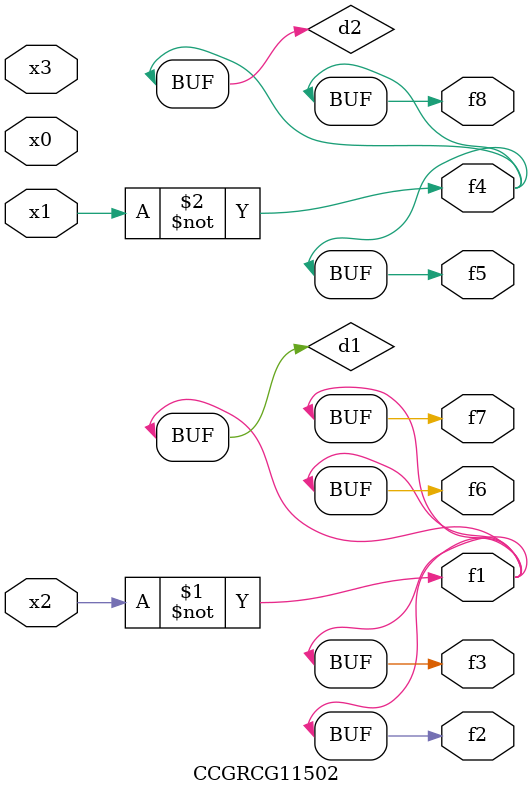
<source format=v>
module CCGRCG11502(
	input x0, x1, x2, x3,
	output f1, f2, f3, f4, f5, f6, f7, f8
);

	wire d1, d2;

	xnor (d1, x2);
	not (d2, x1);
	assign f1 = d1;
	assign f2 = d1;
	assign f3 = d1;
	assign f4 = d2;
	assign f5 = d2;
	assign f6 = d1;
	assign f7 = d1;
	assign f8 = d2;
endmodule

</source>
